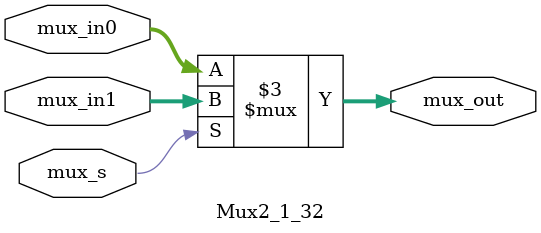
<source format=v>
`timescale 1ns/1ns

module Mux2_1_32(
    input [31:0]mux_in0,
    input [31:0]mux_in1,
    input mux_s,
    output reg[31:0]mux_out

);

always @* mux_out = (!mux_s) ? mux_in0 : mux_in1;

endmodule
</source>
